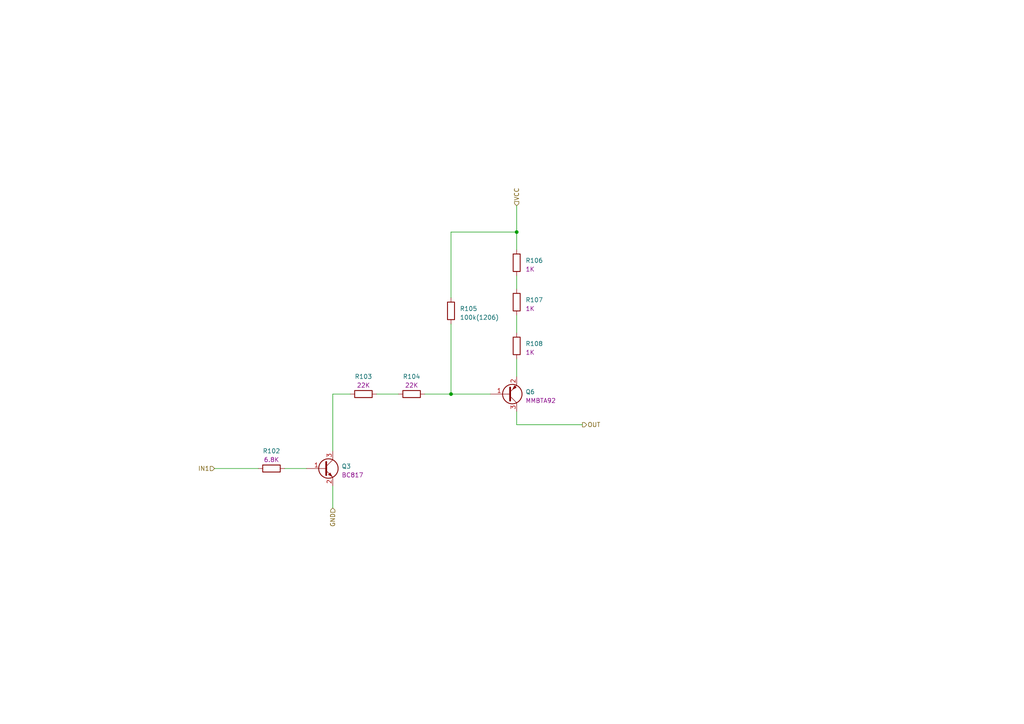
<source format=kicad_sch>
(kicad_sch (version 20230121) (generator eeschema)
  (paper "A4")
  (lib_symbols
    (symbol "MLC:100k(1206)" (pin_numbers hide) (pin_names (offset 0))
      (property "Reference" "R?" (at 2.032 0 90))
      (property "Value" "100k(1206)" (at 0 0 90))
      (symbol "100k(1206)_0_1"
        (rectangle (start -1.016 -2.54) (end 1.016 2.54) (stroke (width 0.254)))
      )
      (symbol "100k(1206)_1_1"
        (pin passive line (at 0 3.81 270) (length 1.27) (name "~") (number "1"))
        (pin passive line (at 0 -3.81 90) (length 1.27) (name "~") (number "2"))
      )
    )
    (symbol "MLC_K7:1k(1206)" (pin_numbers hide) (pin_names (offset 0))
      (property "Reference" "R?" (at 0 0 0))
      (property "Main Value" "1K" (at 0 0 0))
      (symbol "1k(1206)_0_1"
        (rectangle (start -1.016 -2.54) (end 1.016 2.54) (stroke (width 0.254)))
      )
      (symbol "1k(1206)_1_1"
        (pin passive line (at 0 3.81 270) (length 1.27) (name "~") (number "1"))
        (pin passive line (at 0 -3.81 90) (length 1.27) (name "~") (number "2"))
      )
    )
    (symbol "MLC_K7:22K(1206)" (pin_numbers hide) (pin_names (offset 0))
      (property "Reference" "R?" (at 0 0 0))
      (property "Main Value" "22K" (at 0 0 0))
      (symbol "22K(1206)_0_1"
        (rectangle (start -1.016 -2.54) (end 1.016 2.54) (stroke (width 0.254)))
      )
      (symbol "22K(1206)_1_1"
        (pin passive line (at 0 3.81 270) (length 1.27) (name "~") (number "1"))
        (pin passive line (at 0 -3.81 90) (length 1.27) (name "~") (number "2"))
      )
    )
    (symbol "MLC_K7:6.8K(1206)" (pin_numbers hide) (pin_names (offset 0))
      (property "Reference" "R?" (at 0 0 0))
      (property "Main Value" "6.8K" (at 0 0 0))
      (symbol "6.8K(1206)_0_1"
        (rectangle (start -1.016 -2.54) (end 1.016 2.54) (stroke (width 0.254)))
      )
      (symbol "6.8K(1206)_1_1"
        (pin passive line (at 0 3.81 270) (length 1.27) (name "~") (number "1"))
        (pin passive line (at 0 -3.81 90) (length 1.27) (name "~") (number "2"))
      )
    )
    (symbol "MLC_K7:BC817-smd" (pin_names (offset 0) hide)
      (property "Reference" "Q?" (at 0 0 0))
      (property "Main Value" "BC817" (at 0 0 0))
      (symbol "BC817-smd_0_1"
        (polyline (pts (xy 0.635 0.635) (xy 2.54 2.54)))
        (polyline (pts (xy 0.635 -0.635) (xy 2.54 -2.54) (xy 2.54 -2.54)))
        (polyline (pts (xy 0.635 1.905) (xy 0.635 -1.905) (xy 0.635 -1.905)) (stroke (width 0.508)))
        (polyline (pts (xy 1.27 -1.778) (xy 1.778 -1.27) (xy 2.286 -2.286) (xy 1.27 -1.778) (xy 1.27 -1.778)) (fill (type outline)))
        (circle (center 1.27 0) (radius 2.8194) (stroke (width 0.254)))
      )
      (symbol "BC817-smd_1_1"
        (pin input line (at -5.08 0 0) (length 5.715) (name "B") (number "1"))
        (pin passive line (at 2.54 -5.08 90) (length 2.54) (name "E") (number "2"))
        (pin passive line (at 2.54 5.08 270) (length 2.54) (name "C") (number "3"))
      )
    )
    (symbol "MLC_K7:MMBTA92" (pin_names (offset 0) hide)
      (property "Reference" "Q?" (at 0 0 0))
      (property "Main value" "MMBTA92" (at 0 0 0))
      (symbol "MMBTA92_0_1"
        (polyline (pts (xy 0 0) (xy 0.635 0)))
        (polyline (pts (xy 2.54 -2.54) (xy 0.635 -0.635)))
        (polyline (pts (xy 2.54 2.54) (xy 0.635 0.635)))
        (polyline (pts (xy 0.635 1.905) (xy 0.635 -1.905) (xy 0.635 -1.905)) (stroke (width 0.508)) (fill (type outline)))
        (polyline (pts (xy 1.905 -2.413) (xy 2.413 -1.905) (xy 1.397 -1.397) (xy 1.905 -2.413) (xy 1.905 -2.413)) (fill (type outline)))
        (circle (center 1.27 0) (radius 2.8194) (stroke (width 0.254)))
      )
      (symbol "MMBTA92_1_1"
        (pin input line (at -5.08 0 0) (length 5.08) (name "B") (number "1"))
        (pin passive line (at 2.54 -5.08 90) (length 2.54) (name "E") (number "2"))
        (pin passive line (at 2.54 5.08 270) (length 2.54) (name "C") (number "3"))
      )
    )
  )
  (junction (at 149.86 67.31))
  (junction (at 130.81 114.3))
  (wire (pts (xy 101.6 114.3) (xy 96.52 114.3)))
  (wire (pts (xy 96.52 114.3) (xy 96.52 130.81)))
  (wire (pts (xy 149.86 80.01) (xy 149.86 83.82)))
  (wire (pts (xy 149.86 91.44) (xy 149.86 96.52)))
  (wire (pts (xy 168.91 123.19) (xy 149.86 123.19)))
  (wire (pts (xy 123.19 114.3) (xy 130.81 114.3)))
  (wire (pts (xy 149.86 119.38) (xy 149.86 123.19)))
  (wire (pts (xy 130.81 114.3) (xy 142.24 114.3)))
  (wire (pts (xy 109.22 114.3) (xy 115.57 114.3)))
  (wire (pts (xy 130.81 86.36) (xy 130.81 67.31)))
  (wire (pts (xy 149.86 59.69) (xy 149.86 67.31)))
  (wire (pts (xy 149.86 104.14) (xy 149.86 109.22)))
  (wire (pts (xy 96.52 140.97) (xy 96.52 147.32)))
  (wire (pts (xy 149.86 67.31) (xy 149.86 72.39)))
  (wire (pts (xy 62.23 135.89) (xy 74.93 135.89)))
  (wire (pts (xy 130.81 93.98) (xy 130.81 114.3)))
  (wire (pts (xy 82.55 135.89) (xy 88.9 135.89)))
  (wire (pts (xy 130.81 67.31) (xy 149.86 67.31)))
  (hierarchical_label "OUT" (shape output) (at 168.91 123.19 0))
  (hierarchical_label "IN1" (shape input) (at 62.23 135.89 180))
  (hierarchical_label "GND" (shape input) (at 96.52 147.32 270))
  (hierarchical_label "VCC" (shape input) (at 149.86 59.69 90))
  (symbol (lib_id "MLC_K7:22K(1206)") (at 105.41 114.3 90) (unit 1)
    (property "Reference" "R103" (at 105.41 109.22 90))
    (property "Value" "22K(1206)" (effects hide))
    (property "Footprint" "Resistor_SMD:R_1206_3216Metric_Pad1.30x1.75mm_HandSolder" (effects hide))
    (property "Datasheet" "${KIGIT}/Datasheets/RN73R-1840156.pdf" (effects hide))
    (property "MLC Code" "MLCEL12238298" (effects hide))
    (property "Manufacturer" "KOA Speer Electronics, Inc." (effects hide))
    (property "MPN" "RN73R2BTTD2202F25" (effects hide))
    (property "Main Value" "22K" (at 105.41 111.76 90))
    (property "Alternative" "RC1206FR-0722KL (YAGEO)" (effects hide))
    (instances (project "tester" (path "" (reference "R103") (unit 1)) (path "" (reference "R110") (unit 1)) (path "" (reference "R117") (unit 1)) (path "" (reference "R124") (unit 1)) (path "" (reference "R131") (unit 1)) (path "" (reference "R138") (unit 1)) (path "" (reference "R145") (unit 1)) (path "" (reference "R152") (unit 1)) (path "" (reference "R159") (unit 1)) (path "" (reference "R166") (unit 1)) (path "" (reference "R173") (unit 1)) (path "" (reference "R180") (unit 1)) (path "" (reference "R187") (unit 1)) (path "" (reference "R194") (unit 1)) (path "" (reference "R201") (unit 1)) (path "" (reference "R208") (unit 1)) (path "" (reference "R215") (unit 1)) (path "" (reference "R222") (unit 1)) (path "" (reference "R229") (unit 1)) (path "" (reference "R236") (unit 1)) (path "" (reference "R243") (unit 1)) (path "" (reference "R250") (unit 1)) (path "" (reference "R257") (unit 1)) (path "" (reference "R264") (unit 1)) (path "" (reference "R271") (unit 1)) (path "" (reference "R278") (unit 1)) (path "" (reference "R285") (unit 1)) (path "" (reference "R292") (unit 1)) (path "" (reference "R299") (unit 1)) (path "" (reference "R306") (unit 1)) (path "" (reference "R313") (unit 1)) (path "" (reference "R320") (unit 1)) (path "" (reference "R391") (unit 1)) (path "" (reference "R398") (unit 1)) (path "" (reference "R405") (unit 1)) (path "" (reference "R426") (unit 1)) (path "" (reference "R419") (unit 1)) (path "" (reference "R412") (unit 1)) (path "" (reference "R433") (unit 1)) (path "" (reference "R440") (unit 1)) (path "" (reference "R447") (unit 1))))
  )
  (symbol (lib_id "MLC_K7:MMBTA92") (at 147.32 114.3 0) (mirror x) (unit 1)
    (property "Reference" "Q6" (at 152.4 113.665 0) (effects (justify left)))
    (property "Value" "MMBTA92" (effects hide))
    (property "Footprint" "Package_TO_SOT_SMD:SOT-23W_Handsoldering" (effects hide))
    (property "Datasheet" "${KIGIT}/Datasheets/MMBTA92LT1-D.PDF" (effects hide))
    (property "MLC Code" "MLCEL12239294" (effects hide))
    (property "Manufacturer" "ON Semiconductor" (effects hide))
    (property "MPN" "SMMBTA92L" (effects hide))
    (property "Main value" "MMBTA92" (at 152.4 116.205 0) (effects (justify left)))
    (instances (project "tester" (path "" (reference "Q6") (unit 1)) (path "" (reference "Q8") (unit 1)) (path "" (reference "Q10") (unit 1)) (path "" (reference "Q12") (unit 1)) (path "" (reference "Q14") (unit 1)) (path "" (reference "Q16") (unit 1)) (path "" (reference "Q18") (unit 1)) (path "" (reference "Q20") (unit 1)) (path "" (reference "Q22") (unit 1)) (path "" (reference "Q24") (unit 1)) (path "" (reference "Q26") (unit 1)) (path "" (reference "Q28") (unit 1)) (path "" (reference "Q30") (unit 1)) (path "" (reference "Q32") (unit 1)) (path "" (reference "Q34") (unit 1)) (path "" (reference "Q36") (unit 1)) (path "" (reference "Q38") (unit 1)) (path "" (reference "Q40") (unit 1)) (path "" (reference "Q42") (unit 1)) (path "" (reference "Q44") (unit 1)) (path "" (reference "Q46") (unit 1)) (path "" (reference "Q48") (unit 1)) (path "" (reference "Q50") (unit 1)) (path "" (reference "Q52") (unit 1)) (path "" (reference "Q54") (unit 1)) (path "" (reference "Q56") (unit 1)) (path "" (reference "Q58") (unit 1)) (path "" (reference "Q60") (unit 1)) (path "" (reference "Q62") (unit 1)) (path "" (reference "Q64") (unit 1)) (path "" (reference "Q66") (unit 1)) (path "" (reference "Q68") (unit 1)) (path "" (reference "Q70") (unit 1)) (path "" (reference "Q72") (unit 1)) (path "" (reference "Q74") (unit 1)) (path "" (reference "Q80") (unit 1)) (path "" (reference "Q78") (unit 1)) (path "" (reference "Q76") (unit 1)) (path "" (reference "Q82") (unit 1)) (path "" (reference "Q84") (unit 1)) (path "" (reference "Q86") (unit 1))))
  )
  (symbol (lib_id "MLC:100k(1206)") (at 130.81 90.17 0) (unit 1)
    (property "Reference" "R105" (at 133.35 89.535 0) (effects (justify left)))
    (property "Value" "100k(1206)" (at 133.35 92.075 0) (effects (justify left)))
    (property "Footprint" "Resistor_SMD:R_1206_3216Metric_Pad1.30x1.75mm_HandSolder" (effects hide))
    (property "MLC" "MLCEL12237630" (effects hide))
    (property "Package" "smd-1206" (effects hide))
    (instances (project "tester" (path "" (reference "R105") (unit 1)) (path "" (reference "R112") (unit 1)) (path "" (reference "R119") (unit 1)) (path "" (reference "R126") (unit 1)) (path "" (reference "R133") (unit 1)) (path "" (reference "R140") (unit 1)) (path "" (reference "R147") (unit 1)) (path "" (reference "R154") (unit 1)) (path "" (reference "R161") (unit 1)) (path "" (reference "R168") (unit 1)) (path "" (reference "R175") (unit 1)) (path "" (reference "R182") (unit 1)) (path "" (reference "R189") (unit 1)) (path "" (reference "R196") (unit 1)) (path "" (reference "R203") (unit 1)) (path "" (reference "R210") (unit 1)) (path "" (reference "R217") (unit 1)) (path "" (reference "R224") (unit 1)) (path "" (reference "R231") (unit 1)) (path "" (reference "R238") (unit 1)) (path "" (reference "R245") (unit 1)) (path "" (reference "R252") (unit 1)) (path "" (reference "R259") (unit 1)) (path "" (reference "R266") (unit 1)) (path "" (reference "R273") (unit 1)) (path "" (reference "R280") (unit 1)) (path "" (reference "R287") (unit 1)) (path "" (reference "R294") (unit 1)) (path "" (reference "R301") (unit 1)) (path "" (reference "R308") (unit 1)) (path "" (reference "R315") (unit 1)) (path "" (reference "R322") (unit 1)) (path "" (reference "R393") (unit 1)) (path "" (reference "R400") (unit 1)) (path "" (reference "R407") (unit 1)) (path "" (reference "R428") (unit 1)) (path "" (reference "R421") (unit 1)) (path "" (reference "R414") (unit 1)) (path "" (reference "R435") (unit 1)) (path "" (reference "R442") (unit 1)) (path "" (reference "R449") (unit 1))))
  )
  (symbol (lib_id "MLC_K7:6.8K(1206)") (at 78.74 135.89 90) (unit 1)
    (property "Reference" "R102" (at 78.74 130.81 90))
    (property "Value" "6.8K(1206)" (effects hide))
    (property "Footprint" "Resistor_SMD:R_1206_3216Metric_Pad1.30x1.75mm_HandSolder" (effects hide))
    (property "Datasheet" "${KIGIT}/Datasheets/RN73R-1840156.pdf" (effects hide))
    (property "MLC" "MLCEL12237639" (effects hide))
    (property "Package" "SMD-1206" (effects hide))
    (property "MLC Code" "MLCEL12237639" (effects hide))
    (property "Manufacturer" "KOA Speer Electronics, Inc." (effects hide))
    (property "MPN" "RN73R2BTTD6801F25" (effects hide))
    (property "Main Value" "6.8K" (at 78.74 133.35 90))
    (instances (project "tester" (path "" (reference "R102") (unit 1)) (path "" (reference "R109") (unit 1)) (path "" (reference "R116") (unit 1)) (path "" (reference "R123") (unit 1)) (path "" (reference "R130") (unit 1)) (path "" (reference "R137") (unit 1)) (path "" (reference "R144") (unit 1)) (path "" (reference "R151") (unit 1)) (path "" (reference "R158") (unit 1)) (path "" (reference "R165") (unit 1)) (path "" (reference "R172") (unit 1)) (path "" (reference "R179") (unit 1)) (path "" (reference "R186") (unit 1)) (path "" (reference "R193") (unit 1)) (path "" (reference "R200") (unit 1)) (path "" (reference "R207") (unit 1)) (path "" (reference "R214") (unit 1)) (path "" (reference "R221") (unit 1)) (path "" (reference "R228") (unit 1)) (path "" (reference "R235") (unit 1)) (path "" (reference "R242") (unit 1)) (path "" (reference "R249") (unit 1)) (path "" (reference "R256") (unit 1)) (path "" (reference "R263") (unit 1)) (path "" (reference "R270") (unit 1)) (path "" (reference "R277") (unit 1)) (path "" (reference "R284") (unit 1)) (path "" (reference "R291") (unit 1)) (path "" (reference "R298") (unit 1)) (path "" (reference "R305") (unit 1)) (path "" (reference "R312") (unit 1)) (path "" (reference "R319") (unit 1)) (path "" (reference "R390") (unit 1)) (path "" (reference "R397") (unit 1)) (path "" (reference "R404") (unit 1)) (path "" (reference "R425") (unit 1)) (path "" (reference "R418") (unit 1)) (path "" (reference "R411") (unit 1)) (path "" (reference "R432") (unit 1)) (path "" (reference "R439") (unit 1)) (path "" (reference "R446") (unit 1))))
  )
  (symbol (lib_id "MLC_K7:1k(1206)") (at 149.86 76.2 0) (unit 1)
    (property "Reference" "R106" (at 152.4 75.565 0) (effects (justify left)))
    (property "Value" "1k(1206)" (effects hide))
    (property "Footprint" "Resistor_SMD:R_1206_3216Metric_Pad1.30x1.75mm_HandSolder" (effects hide))
    (property "Datasheet" "${KIGIT}/Datasheets/RN73R-1840156.pdf" (effects hide))
    (property "MLC Code" "MLCEL12238381" (effects hide))
    (property "Manufacturer" "KOA Speer Electronics, Inc." (effects hide))
    (property "MPN" "RN73R2BTTD1001F25" (effects hide))
    (property "Main Value" "1K" (at 152.4 78.105 0) (effects (justify left)))
    (property "Alternative" "RC1206FR-071KL (YAGEO)" (effects hide))
    (instances (project "tester" (path "" (reference "R106") (unit 1)) (path "" (reference "R113") (unit 1)) (path "" (reference "R120") (unit 1)) (path "" (reference "R127") (unit 1)) (path "" (reference "R134") (unit 1)) (path "" (reference "R141") (unit 1)) (path "" (reference "R148") (unit 1)) (path "" (reference "R155") (unit 1)) (path "" (reference "R162") (unit 1)) (path "" (reference "R169") (unit 1)) (path "" (reference "R176") (unit 1)) (path "" (reference "R183") (unit 1)) (path "" (reference "R190") (unit 1)) (path "" (reference "R197") (unit 1)) (path "" (reference "R204") (unit 1)) (path "" (reference "R211") (unit 1)) (path "" (reference "R218") (unit 1)) (path "" (reference "R225") (unit 1)) (path "" (reference "R232") (unit 1)) (path "" (reference "R239") (unit 1)) (path "" (reference "R246") (unit 1)) (path "" (reference "R253") (unit 1)) (path "" (reference "R260") (unit 1)) (path "" (reference "R267") (unit 1)) (path "" (reference "R274") (unit 1)) (path "" (reference "R281") (unit 1)) (path "" (reference "R288") (unit 1)) (path "" (reference "R295") (unit 1)) (path "" (reference "R302") (unit 1)) (path "" (reference "R309") (unit 1)) (path "" (reference "R316") (unit 1)) (path "" (reference "R323") (unit 1)) (path "" (reference "R394") (unit 1)) (path "" (reference "R401") (unit 1)) (path "" (reference "R408") (unit 1)) (path "" (reference "R429") (unit 1)) (path "" (reference "R422") (unit 1)) (path "" (reference "R415") (unit 1)) (path "" (reference "R436") (unit 1)) (path "" (reference "R443") (unit 1)) (path "" (reference "R450") (unit 1))))
  )
  (symbol (lib_id "MLC_K7:22K(1206)") (at 119.38 114.3 90) (unit 1)
    (property "Reference" "R104" (at 119.38 109.22 90))
    (property "Value" "22K(1206)" (effects hide))
    (property "Footprint" "Resistor_SMD:R_1206_3216Metric_Pad1.30x1.75mm_HandSolder" (effects hide))
    (property "Datasheet" "${KIGIT}/Datasheets/RN73R-1840156.pdf" (effects hide))
    (property "MLC Code" "MLCEL12238298" (effects hide))
    (property "Manufacturer" "KOA Speer Electronics, Inc." (effects hide))
    (property "MPN" "RN73R2BTTD2202F25" (effects hide))
    (property "Main Value" "22K" (at 119.38 111.76 90))
    (property "Alternative" "RC1206FR-0722KL (YAGEO)" (effects hide))
    (instances (project "tester" (path "" (reference "R104") (unit 1)) (path "" (reference "R111") (unit 1)) (path "" (reference "R118") (unit 1)) (path "" (reference "R125") (unit 1)) (path "" (reference "R132") (unit 1)) (path "" (reference "R139") (unit 1)) (path "" (reference "R146") (unit 1)) (path "" (reference "R153") (unit 1)) (path "" (reference "R160") (unit 1)) (path "" (reference "R167") (unit 1)) (path "" (reference "R174") (unit 1)) (path "" (reference "R181") (unit 1)) (path "" (reference "R188") (unit 1)) (path "" (reference "R195") (unit 1)) (path "" (reference "R202") (unit 1)) (path "" (reference "R209") (unit 1)) (path "" (reference "R216") (unit 1)) (path "" (reference "R223") (unit 1)) (path "" (reference "R230") (unit 1)) (path "" (reference "R237") (unit 1)) (path "" (reference "R244") (unit 1)) (path "" (reference "R251") (unit 1)) (path "" (reference "R258") (unit 1)) (path "" (reference "R265") (unit 1)) (path "" (reference "R272") (unit 1)) (path "" (reference "R279") (unit 1)) (path "" (reference "R286") (unit 1)) (path "" (reference "R293") (unit 1)) (path "" (reference "R300") (unit 1)) (path "" (reference "R307") (unit 1)) (path "" (reference "R314") (unit 1)) (path "" (reference "R321") (unit 1)) (path "" (reference "R392") (unit 1)) (path "" (reference "R399") (unit 1)) (path "" (reference "R406") (unit 1)) (path "" (reference "R427") (unit 1)) (path "" (reference "R420") (unit 1)) (path "" (reference "R413") (unit 1)) (path "" (reference "R434") (unit 1)) (path "" (reference "R441") (unit 1)) (path "" (reference "R448") (unit 1))))
  )
  (symbol (lib_id "MLC_K7:BC817-smd") (at 93.98 135.89 0) (unit 1)
    (property "Reference" "Q3" (at 99.06 135.255 0) (effects (justify left)))
    (property "Value" "BC817-smd" (effects hide))
    (property "Footprint" "Package_TO_SOT_SMD:SOT-23W_Handsoldering" (effects hide))
    (property "Datasheet" "${KIGIT}/Datasheets/BC817K_SER-1545513.pdf" (effects hide))
    (property "MLC Code" "MLCEL12237908" (effects hide))
    (property "Manufacturer" "Nexperia" (effects hide))
    (property "MPN" "BC817K-25R" (effects hide))
    (property "Main Value" "BC817" (at 99.06 137.795 0) (effects (justify left)))
    (instances (project "tester" (path "" (reference "Q3") (unit 1)) (path "" (reference "Q6") (unit 1)) (path "" (reference "Q7") (unit 1)) (path "" (reference "Q8") (unit 1)) (path "" (reference "Q9") (unit 1)) (path "" (reference "Q10") (unit 1)) (path "" (reference "Q11") (unit 1)) (path "" (reference "Q12") (unit 1)) (path "" (reference "Q13") (unit 1)) (path "" (reference "Q14") (unit 1)) (path "" (reference "Q15") (unit 1)) (path "" (reference "Q16") (unit 1)) (path "" (reference "Q17") (unit 1)) (path "" (reference "Q18") (unit 1)) (path "" (reference "Q19") (unit 1)) (path "" (reference "Q20") (unit 1)) (path "" (reference "Q21") (unit 1)) (path "" (reference "Q22") (unit 1)) (path "" (reference "Q23") (unit 1)) (path "" (reference "Q24") (unit 1)) (path "" (reference "Q25") (unit 1)) (path "" (reference "Q26") (unit 1)) (path "" (reference "Q27") (unit 1)) (path "" (reference "Q28") (unit 1)) (path "" (reference "Q29") (unit 1)) (path "" (reference "Q30") (unit 1)) (path "" (reference "Q31") (unit 1)) (path "" (reference "Q32") (unit 1)) (path "" (reference "Q33") (unit 1)) (path "" (reference "Q34") (unit 1)) (path "" (reference "Q35") (unit 1)) (path "" (reference "Q36") (unit 1)) (path "" (reference "Q5") (unit 1)) (path "" (reference "Q7") (unit 1)) (path "" (reference "Q9") (unit 1)) (path "" (reference "Q11") (unit 1)) (path "" (reference "Q13") (unit 1)) (path "" (reference "Q15") (unit 1)) (path "" (reference "Q17") (unit 1)) (path "" (reference "Q19") (unit 1)) (path "" (reference "Q21") (unit 1)) (path "" (reference "Q23") (unit 1)) (path "" (reference "Q25") (unit 1)) (path "" (reference "Q27") (unit 1)) (path "" (reference "Q29") (unit 1)) (path "" (reference "Q31") (unit 1)) (path "" (reference "Q33") (unit 1)) (path "" (reference "Q35") (unit 1)) (path "" (reference "Q37") (unit 1)) (path "" (reference "Q39") (unit 1)) (path "" (reference "Q41") (unit 1)) (path "" (reference "Q43") (unit 1)) (path "" (reference "Q45") (unit 1)) (path "" (reference "Q47") (unit 1)) (path "" (reference "Q49") (unit 1)) (path "" (reference "Q51") (unit 1)) (path "" (reference "Q53") (unit 1)) (path "" (reference "Q55") (unit 1)) (path "" (reference "Q57") (unit 1)) (path "" (reference "Q59") (unit 1)) (path "" (reference "Q61") (unit 1)) (path "" (reference "Q63") (unit 1)) (path "" (reference "Q65") (unit 1)) (path "" (reference "Q67") (unit 1)) (path "" (reference "Q69") (unit 1)) (path "" (reference "Q71") (unit 1)) (path "" (reference "Q73") (unit 1)) (path "" (reference "Q79") (unit 1)) (path "" (reference "Q77") (unit 1)) (path "" (reference "Q75") (unit 1)) (path "" (reference "Q81") (unit 1)) (path "" (reference "Q83") (unit 1)) (path "" (reference "Q85") (unit 1))))
  )
  (symbol (lib_id "MLC_K7:1k(1206)") (at 149.86 100.33 0) (unit 1)
    (property "Reference" "R108" (at 152.4 99.695 0) (effects (justify left)))
    (property "Value" "1k(1206)" (effects hide))
    (property "Footprint" "Resistor_SMD:R_1206_3216Metric_Pad1.30x1.75mm_HandSolder" (effects hide))
    (property "Datasheet" "${KIGIT}/Datasheets/RN73R-1840156.pdf" (effects hide))
    (property "MLC Code" "MLCEL12238381" (effects hide))
    (property "Manufacturer" "KOA Speer Electronics, Inc." (effects hide))
    (property "MPN" "RN73R2BTTD1001F25" (effects hide))
    (property "Main Value" "1K" (at 152.4 102.235 0) (effects (justify left)))
    (property "Alternative" "RC1206FR-071KL (YAGEO)" (effects hide))
    (instances (project "tester" (path "" (reference "R108") (unit 1)) (path "" (reference "R115") (unit 1)) (path "" (reference "R122") (unit 1)) (path "" (reference "R129") (unit 1)) (path "" (reference "R136") (unit 1)) (path "" (reference "R143") (unit 1)) (path "" (reference "R150") (unit 1)) (path "" (reference "R157") (unit 1)) (path "" (reference "R164") (unit 1)) (path "" (reference "R171") (unit 1)) (path "" (reference "R178") (unit 1)) (path "" (reference "R185") (unit 1)) (path "" (reference "R192") (unit 1)) (path "" (reference "R199") (unit 1)) (path "" (reference "R206") (unit 1)) (path "" (reference "R213") (unit 1)) (path "" (reference "R220") (unit 1)) (path "" (reference "R227") (unit 1)) (path "" (reference "R234") (unit 1)) (path "" (reference "R241") (unit 1)) (path "" (reference "R248") (unit 1)) (path "" (reference "R255") (unit 1)) (path "" (reference "R262") (unit 1)) (path "" (reference "R269") (unit 1)) (path "" (reference "R276") (unit 1)) (path "" (reference "R283") (unit 1)) (path "" (reference "R290") (unit 1)) (path "" (reference "R297") (unit 1)) (path "" (reference "R304") (unit 1)) (path "" (reference "R311") (unit 1)) (path "" (reference "R318") (unit 1)) (path "" (reference "R325") (unit 1)) (path "" (reference "R396") (unit 1)) (path "" (reference "R403") (unit 1)) (path "" (reference "R410") (unit 1)) (path "" (reference "R431") (unit 1)) (path "" (reference "R424") (unit 1)) (path "" (reference "R417") (unit 1)) (path "" (reference "R438") (unit 1)) (path "" (reference "R445") (unit 1)) (path "" (reference "R452") (unit 1))))
  )
  (symbol (lib_id "MLC_K7:1k(1206)") (at 149.86 87.63 0) (unit 1)
    (property "Reference" "R107" (at 152.4 86.995 0) (effects (justify left)))
    (property "Value" "1k(1206)" (effects hide))
    (property "Footprint" "Resistor_SMD:R_1206_3216Metric_Pad1.30x1.75mm_HandSolder" (effects hide))
    (property "Datasheet" "${KIGIT}/Datasheets/RN73R-1840156.pdf" (effects hide))
    (property "MLC Code" "MLCEL12238381" (effects hide))
    (property "Manufacturer" "KOA Speer Electronics, Inc." (effects hide))
    (property "MPN" "RN73R2BTTD1001F25" (effects hide))
    (property "Main Value" "1K" (at 152.4 89.535 0) (effects (justify left)))
    (property "Alternative" "RC1206FR-071KL (YAGEO)" (effects hide))
    (instances (project "tester" (path "" (reference "R107") (unit 1)) (path "" (reference "R114") (unit 1)) (path "" (reference "R121") (unit 1)) (path "" (reference "R128") (unit 1)) (path "" (reference "R135") (unit 1)) (path "" (reference "R142") (unit 1)) (path "" (reference "R149") (unit 1)) (path "" (reference "R156") (unit 1)) (path "" (reference "R163") (unit 1)) (path "" (reference "R170") (unit 1)) (path "" (reference "R177") (unit 1)) (path "" (reference "R184") (unit 1)) (path "" (reference "R191") (unit 1)) (path "" (reference "R198") (unit 1)) (path "" (reference "R205") (unit 1)) (path "" (reference "R212") (unit 1)) (path "" (reference "R219") (unit 1)) (path "" (reference "R226") (unit 1)) (path "" (reference "R233") (unit 1)) (path "" (reference "R240") (unit 1)) (path "" (reference "R247") (unit 1)) (path "" (reference "R254") (unit 1)) (path "" (reference "R261") (unit 1)) (path "" (reference "R268") (unit 1)) (path "" (reference "R275") (unit 1)) (path "" (reference "R282") (unit 1)) (path "" (reference "R289") (unit 1)) (path "" (reference "R296") (unit 1)) (path "" (reference "R303") (unit 1)) (path "" (reference "R310") (unit 1)) (path "" (reference "R317") (unit 1)) (path "" (reference "R324") (unit 1)) (path "" (reference "R395") (unit 1)) (path "" (reference "R402") (unit 1)) (path "" (reference "R409") (unit 1)) (path "" (reference "R430") (unit 1)) (path "" (reference "R423") (unit 1)) (path "" (reference "R416") (unit 1)) (path "" (reference "R437") (unit 1)) (path "" (reference "R444") (unit 1)) (path "" (reference "R451") (unit 1))))
  )
)
</source>
